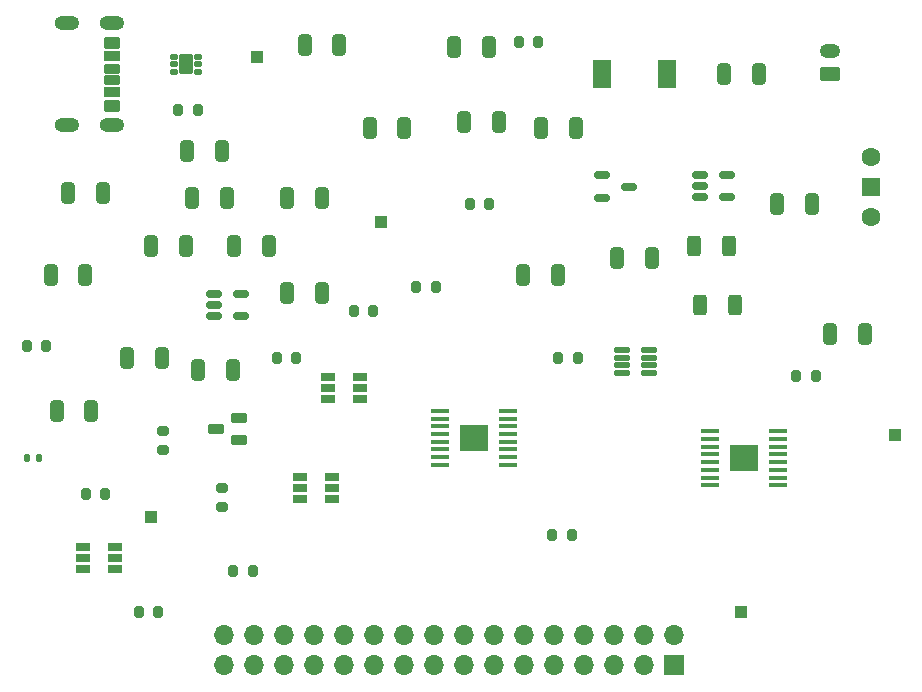
<source format=gbr>
%TF.GenerationSoftware,KiCad,Pcbnew,9.0.0*%
%TF.CreationDate,2025-03-28T13:41:41+02:00*%
%TF.ProjectId,Project Design,50726f6a-6563-4742-9044-657369676e2e,rev?*%
%TF.SameCoordinates,Original*%
%TF.FileFunction,Soldermask,Top*%
%TF.FilePolarity,Negative*%
%FSLAX46Y46*%
G04 Gerber Fmt 4.6, Leading zero omitted, Abs format (unit mm)*
G04 Created by KiCad (PCBNEW 9.0.0) date 2025-03-28 13:41:41*
%MOMM*%
%LPD*%
G01*
G04 APERTURE LIST*
G04 Aperture macros list*
%AMRoundRect*
0 Rectangle with rounded corners*
0 $1 Rounding radius*
0 $2 $3 $4 $5 $6 $7 $8 $9 X,Y pos of 4 corners*
0 Add a 4 corners polygon primitive as box body*
4,1,4,$2,$3,$4,$5,$6,$7,$8,$9,$2,$3,0*
0 Add four circle primitives for the rounded corners*
1,1,$1+$1,$2,$3*
1,1,$1+$1,$4,$5*
1,1,$1+$1,$6,$7*
1,1,$1+$1,$8,$9*
0 Add four rect primitives between the rounded corners*
20,1,$1+$1,$2,$3,$4,$5,0*
20,1,$1+$1,$4,$5,$6,$7,0*
20,1,$1+$1,$6,$7,$8,$9,0*
20,1,$1+$1,$8,$9,$2,$3,0*%
G04 Aperture macros list end*
%ADD10RoundRect,0.125000X-0.537500X-0.125000X0.537500X-0.125000X0.537500X0.125000X-0.537500X0.125000X0*%
%ADD11O,2.101600X1.201600*%
%ADD12RoundRect,0.050800X-0.600000X0.350000X-0.600000X-0.350000X0.600000X-0.350000X0.600000X0.350000X0*%
%ADD13RoundRect,0.050800X-0.600000X0.400000X-0.600000X-0.400000X0.600000X-0.400000X0.600000X0.400000X0*%
%ADD14RoundRect,0.050800X-0.600000X0.450000X-0.600000X-0.450000X0.600000X-0.450000X0.600000X0.450000X0*%
%ADD15RoundRect,0.250000X-0.325000X-0.650000X0.325000X-0.650000X0.325000X0.650000X-0.325000X0.650000X0*%
%ADD16RoundRect,0.200000X-0.200000X-0.275000X0.200000X-0.275000X0.200000X0.275000X-0.200000X0.275000X0*%
%ADD17RoundRect,0.250000X0.325000X0.650000X-0.325000X0.650000X-0.325000X-0.650000X0.325000X-0.650000X0*%
%ADD18C,1.600000*%
%ADD19R,1.500000X1.500000*%
%ADD20RoundRect,0.135000X-0.135000X-0.185000X0.135000X-0.185000X0.135000X0.185000X-0.135000X0.185000X0*%
%ADD21RoundRect,0.050800X0.500000X0.800000X-0.500000X0.800000X-0.500000X-0.800000X0.500000X-0.800000X0*%
%ADD22RoundRect,0.050800X0.250000X-0.175000X0.250000X0.175000X-0.250000X0.175000X-0.250000X-0.175000X0*%
%ADD23R,1.000000X1.000000*%
%ADD24O,1.750000X1.200000*%
%ADD25RoundRect,0.250000X0.625000X-0.350000X0.625000X0.350000X-0.625000X0.350000X-0.625000X-0.350000X0*%
%ADD26RoundRect,0.150000X-0.512500X-0.150000X0.512500X-0.150000X0.512500X0.150000X-0.512500X0.150000X0*%
%ADD27RoundRect,0.051000X-0.550000X-0.300000X0.550000X-0.300000X0.550000X0.300000X-0.550000X0.300000X0*%
%ADD28R,2.460000X2.310000*%
%ADD29RoundRect,0.100000X-0.687500X-0.100000X0.687500X-0.100000X0.687500X0.100000X-0.687500X0.100000X0*%
%ADD30RoundRect,0.250000X-0.312500X-0.625000X0.312500X-0.625000X0.312500X0.625000X-0.312500X0.625000X0*%
%ADD31RoundRect,0.200000X0.200000X0.275000X-0.200000X0.275000X-0.200000X-0.275000X0.200000X-0.275000X0*%
%ADD32RoundRect,0.200000X-0.275000X0.200000X-0.275000X-0.200000X0.275000X-0.200000X0.275000X0.200000X0*%
%ADD33RoundRect,0.050800X-0.625000X-0.350000X0.625000X-0.350000X0.625000X0.350000X-0.625000X0.350000X0*%
%ADD34R,1.500000X2.400000*%
%ADD35R,1.700000X1.700000*%
%ADD36O,1.700000X1.700000*%
G04 APERTURE END LIST*
D10*
%TO.C,U11*%
X184705000Y-76325000D03*
X184705000Y-76975000D03*
X184705000Y-77625000D03*
X184705000Y-78275000D03*
X182430000Y-78275000D03*
X182430000Y-77625000D03*
X182430000Y-76975000D03*
X182430000Y-76325000D03*
%TD*%
D11*
%TO.C,USBC1*%
X139232900Y-48680000D03*
X135432800Y-48680000D03*
X139232900Y-57320000D03*
X135432800Y-57320000D03*
D12*
X139231400Y-52500100D03*
D13*
X139232900Y-51480100D03*
D14*
X139233600Y-50300000D03*
D12*
X139231400Y-53500100D03*
D13*
X139235400Y-54519900D03*
D14*
X139233600Y-55700000D03*
%TD*%
D15*
%TO.C,C3*%
X158475000Y-50500000D03*
X155525000Y-50500000D03*
%TD*%
D16*
%TO.C,R12*%
X141500000Y-98500000D03*
X143150000Y-98500000D03*
%TD*%
%TO.C,R_normalcharging1*%
X138650000Y-88500000D03*
X137000000Y-88500000D03*
%TD*%
%TO.C,R6*%
X171150000Y-64000000D03*
X169500000Y-64000000D03*
%TD*%
D15*
%TO.C,C13*%
X146525000Y-78000000D03*
X149475000Y-78000000D03*
%TD*%
D17*
%TO.C,C25*%
X152475000Y-67500000D03*
X149525000Y-67500000D03*
%TD*%
%TO.C,C20*%
X198500000Y-64000000D03*
X195550000Y-64000000D03*
%TD*%
D18*
%TO.C,SW3*%
X203500000Y-65040000D03*
X203500000Y-59960000D03*
D19*
X203500000Y-62500000D03*
%TD*%
D20*
%TO.C,Rfastcharge1*%
X133020000Y-85500000D03*
X132000000Y-85500000D03*
%TD*%
D21*
%TO.C,U10*%
X145500000Y-52150000D03*
D22*
X146500000Y-51500000D03*
X146500000Y-52150000D03*
X146500000Y-52800000D03*
X144500000Y-52800000D03*
X144500000Y-52150000D03*
X144500000Y-51500000D03*
%TD*%
D23*
%TO.C,TP37*%
X142500000Y-90500000D03*
%TD*%
D24*
%TO.C,J3*%
X200050000Y-51000000D03*
D25*
X200050000Y-53000000D03*
%TD*%
D26*
%TO.C,U13*%
X189000000Y-61500000D03*
X189000000Y-62450000D03*
X189000000Y-63400000D03*
X191275000Y-63400000D03*
X191275000Y-61500000D03*
%TD*%
%TO.C,U9*%
X147862500Y-71550000D03*
X147862500Y-72500000D03*
X147862500Y-73450000D03*
X150137500Y-73450000D03*
X150137500Y-71550000D03*
%TD*%
%TO.C,U8*%
X180725000Y-61550000D03*
X180725000Y-63450000D03*
X183000000Y-62500000D03*
%TD*%
D27*
%TO.C,U7*%
X157850000Y-88950000D03*
X157850000Y-88000000D03*
X157850000Y-87050000D03*
X155150000Y-87050000D03*
X155150000Y-88000000D03*
X155150000Y-88950000D03*
%TD*%
%TO.C,U5*%
X160200000Y-80500000D03*
X160200000Y-79550000D03*
X160200000Y-78600000D03*
X157500000Y-78600000D03*
X157500000Y-79550000D03*
X157500000Y-80500000D03*
%TD*%
%TO.C,U3*%
X139500000Y-94900000D03*
X139500000Y-93950000D03*
X139500000Y-93000000D03*
X136800000Y-93000000D03*
X136800000Y-93950000D03*
X136800000Y-94900000D03*
%TD*%
D28*
%TO.C,U1*%
X192750000Y-85500000D03*
D29*
X189887500Y-83225000D03*
X189887500Y-83875000D03*
X189887500Y-84525000D03*
X189887500Y-85175000D03*
X189887500Y-85825000D03*
X189887500Y-86475000D03*
X189887500Y-87125000D03*
X189887500Y-87775000D03*
X195612500Y-87775000D03*
X195612500Y-87125000D03*
X195612500Y-86475000D03*
X195612500Y-85825000D03*
X195612500Y-85175000D03*
X195612500Y-84525000D03*
X195612500Y-83875000D03*
X195612500Y-83225000D03*
%TD*%
D23*
%TO.C,TP30*%
X192500000Y-98500000D03*
%TD*%
%TO.C,TP26*%
X162000000Y-65500000D03*
%TD*%
D30*
%TO.C,R19*%
X188537500Y-67500000D03*
X191462500Y-67500000D03*
%TD*%
D31*
%TO.C,R18*%
X198825000Y-78500000D03*
X197175000Y-78500000D03*
%TD*%
D16*
%TO.C,R17*%
X153175000Y-77000000D03*
X154825000Y-77000000D03*
%TD*%
D32*
%TO.C,R16*%
X148500000Y-88000000D03*
X148500000Y-89650000D03*
%TD*%
D16*
%TO.C,R14*%
X149500000Y-95000000D03*
X151150000Y-95000000D03*
%TD*%
D32*
%TO.C,R13*%
X143500000Y-83175000D03*
X143500000Y-84825000D03*
%TD*%
D16*
%TO.C,R11*%
X132000000Y-76000000D03*
X133650000Y-76000000D03*
%TD*%
%TO.C,R8*%
X159675000Y-73000000D03*
X161325000Y-73000000D03*
%TD*%
%TO.C,R7*%
X165000000Y-71000000D03*
X166650000Y-71000000D03*
%TD*%
%TO.C,R5*%
X177000000Y-77000000D03*
X178650000Y-77000000D03*
%TD*%
%TO.C,R4*%
X176500000Y-92000000D03*
X178150000Y-92000000D03*
%TD*%
%TO.C,R3*%
X173657500Y-50255000D03*
X175307500Y-50255000D03*
%TD*%
D30*
%TO.C,R1*%
X189037500Y-72500000D03*
X191962500Y-72500000D03*
%TD*%
D33*
%TO.C,Q2*%
X150000000Y-83950000D03*
X150000000Y-82050000D03*
X148000000Y-83000000D03*
%TD*%
D34*
%TO.C,L1*%
X186250000Y-53000000D03*
X180750000Y-53000000D03*
%TD*%
D15*
%TO.C,C24*%
X191025000Y-53000000D03*
X193975000Y-53000000D03*
%TD*%
D17*
%TO.C,C23*%
X178475000Y-57500000D03*
X175525000Y-57500000D03*
%TD*%
D15*
%TO.C,C22*%
X169025000Y-57000000D03*
X171975000Y-57000000D03*
%TD*%
%TO.C,C21*%
X142525000Y-67500000D03*
X145475000Y-67500000D03*
%TD*%
%TO.C,C19*%
X168177500Y-50675000D03*
X171127500Y-50675000D03*
%TD*%
%TO.C,C17*%
X154025000Y-71500000D03*
X156975000Y-71500000D03*
%TD*%
%TO.C,C16*%
X161025000Y-57500000D03*
X163975000Y-57500000D03*
%TD*%
%TO.C,C12*%
X154025000Y-63500000D03*
X156975000Y-63500000D03*
%TD*%
%TO.C,C11*%
X145550000Y-59500000D03*
X148500000Y-59500000D03*
%TD*%
D17*
%TO.C,C10*%
X143450000Y-77000000D03*
X140500000Y-77000000D03*
%TD*%
D15*
%TO.C,C9*%
X134525000Y-81500000D03*
X137475000Y-81500000D03*
%TD*%
%TO.C,C8*%
X146025000Y-63500000D03*
X148975000Y-63500000D03*
%TD*%
%TO.C,C6*%
X134025000Y-70000000D03*
X136975000Y-70000000D03*
%TD*%
%TO.C,C5*%
X174025000Y-70000000D03*
X176975000Y-70000000D03*
%TD*%
%TO.C,C4*%
X135525000Y-63000000D03*
X138475000Y-63000000D03*
%TD*%
%TO.C,C2*%
X182000000Y-68500000D03*
X184950000Y-68500000D03*
%TD*%
D17*
%TO.C,C1*%
X202975000Y-75000000D03*
X200025000Y-75000000D03*
%TD*%
D23*
%TO.C,TP38*%
X151500000Y-51500000D03*
%TD*%
%TO.C,TP36*%
X142500000Y-90500000D03*
%TD*%
%TO.C,TP29*%
X205500000Y-83500000D03*
%TD*%
D35*
%TO.C,J1*%
X186780000Y-103040000D03*
D36*
X186780000Y-100500000D03*
X184240000Y-103040000D03*
X184240000Y-100500000D03*
X181700000Y-103040000D03*
X181700000Y-100500000D03*
X179160000Y-103040000D03*
X179160000Y-100500000D03*
X176620000Y-103040000D03*
X176620000Y-100500000D03*
X174080000Y-103040000D03*
X174080000Y-100500000D03*
X171540000Y-103040000D03*
X171540000Y-100500000D03*
X169000000Y-103040000D03*
X169000000Y-100500000D03*
X166460000Y-103040000D03*
X166460000Y-100500000D03*
X163920000Y-103040000D03*
X163920000Y-100500000D03*
X161380000Y-103040000D03*
X161380000Y-100500000D03*
X158840000Y-103040000D03*
X158840000Y-100500000D03*
X156300000Y-103040000D03*
X156300000Y-100500000D03*
X153760000Y-103040000D03*
X153760000Y-100500000D03*
X151220000Y-103040000D03*
X151220000Y-100500000D03*
X148680000Y-103040000D03*
X148680000Y-100500000D03*
%TD*%
D28*
%TO.C,U2*%
X169862500Y-83775000D03*
D29*
X167000000Y-81500000D03*
X167000000Y-82150000D03*
X167000000Y-82800000D03*
X167000000Y-83450000D03*
X167000000Y-84100000D03*
X167000000Y-84750000D03*
X167000000Y-85400000D03*
X167000000Y-86050000D03*
X172725000Y-86050000D03*
X172725000Y-85400000D03*
X172725000Y-84750000D03*
X172725000Y-84100000D03*
X172725000Y-83450000D03*
X172725000Y-82800000D03*
X172725000Y-82150000D03*
X172725000Y-81500000D03*
%TD*%
D16*
%TO.C,R20*%
X144850000Y-56000000D03*
X146500000Y-56000000D03*
%TD*%
M02*

</source>
